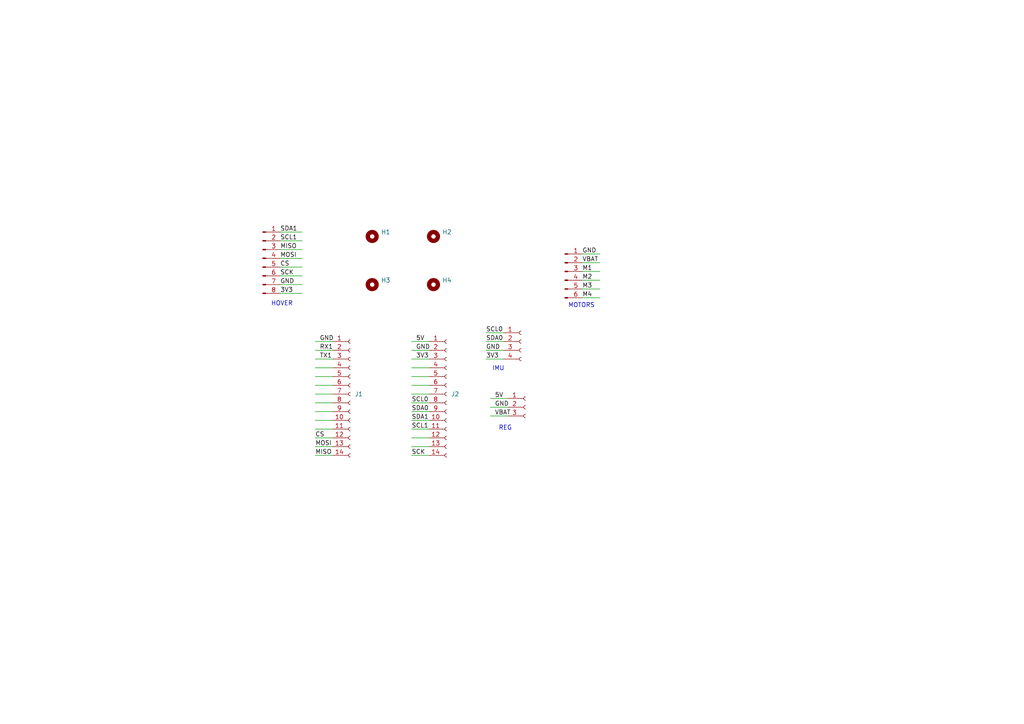
<source format=kicad_sch>
(kicad_sch (version 20250114) (generator "eeschema") (generator_version "9.0")
  (paper "A4")
  (lib_symbols
    (symbol "Connector:Conn_01x03_Socket" (pin_names (offset 1.016) (hide yes))
      (property "Reference" "J" (at 0 5.08 0))
      (property "Value" "Conn_01x03_Socket" (at 0 -5.08 0))
      (symbol "Conn_01x03_Socket_1_1"
        (polyline (pts (xy -1.27 2.54) (xy -0.508 2.54)) (stroke (width 0.1524)))
        (polyline (pts (xy -1.27 0) (xy -0.508 0)) (stroke (width 0.1524)))
        (polyline (pts (xy -1.27 -2.54) (xy -0.508 -2.54)) (stroke (width 0.1524)))
        (arc (start 0 2.032) (mid -0.5058 2.54) (end 0 3.048) (stroke (width 0.1524)))
        (arc (start 0 -0.508) (mid -0.5058 0) (end 0 0.508) (stroke (width 0.1524)))
        (arc (start 0 -3.048) (mid -0.5058 -2.54) (end 0 -2.032) (stroke (width 0.1524)))
        (pin passive line (at -5.08 2.54 0) (length 3.81) (name "Pin_1") (number "1"))
        (pin passive line (at -5.08 0 0) (length 3.81) (name "Pin_2") (number "2"))
        (pin passive line (at -5.08 -2.54 0) (length 3.81) (name "Pin_3") (number "3"))
      )
    )
    (symbol "Connector:Conn_01x04_Socket" (pin_names (offset 1.016) (hide yes))
      (property "Reference" "J" (at 0 5.08 0))
      (property "Value" "Conn_01x04_Socket" (at 0 -7.62 0))
      (symbol "Conn_01x04_Socket_1_1"
        (polyline (pts (xy -1.27 2.54) (xy -0.508 2.54)) (stroke (width 0.1524)))
        (polyline (pts (xy -1.27 0) (xy -0.508 0)) (stroke (width 0.1524)))
        (polyline (pts (xy -1.27 -2.54) (xy -0.508 -2.54)) (stroke (width 0.1524)))
        (polyline (pts (xy -1.27 -5.08) (xy -0.508 -5.08)) (stroke (width 0.1524)))
        (arc (start 0 2.032) (mid -0.5058 2.54) (end 0 3.048) (stroke (width 0.1524)))
        (arc (start 0 -0.508) (mid -0.5058 0) (end 0 0.508) (stroke (width 0.1524)))
        (arc (start 0 -3.048) (mid -0.5058 -2.54) (end 0 -2.032) (stroke (width 0.1524)))
        (arc (start 0 -5.588) (mid -0.5058 -5.08) (end 0 -4.572) (stroke (width 0.1524)))
        (pin passive line (at -5.08 2.54 0) (length 3.81) (name "Pin_1") (number "1"))
        (pin passive line (at -5.08 0 0) (length 3.81) (name "Pin_2") (number "2"))
        (pin passive line (at -5.08 -2.54 0) (length 3.81) (name "Pin_3") (number "3"))
        (pin passive line (at -5.08 -5.08 0) (length 3.81) (name "Pin_4") (number "4"))
      )
    )
    (symbol "Connector:Conn_01x06_Pin" (pin_names (offset 1.016) (hide yes))
      (property "Reference" "J" (at 0 7.62 0))
      (property "Value" "Conn_01x06_Pin" (at 0 -10.16 0))
      (symbol "Conn_01x06_Pin_1_1"
        (rectangle (start 0.8636 5.207) (end 0 4.953) (stroke (width 0.1524)) (fill (type outline)))
        (rectangle (start 0.8636 2.667) (end 0 2.413) (stroke (width 0.1524)) (fill (type outline)))
        (rectangle (start 0.8636 0.127) (end 0 -0.127) (stroke (width 0.1524)) (fill (type outline)))
        (rectangle (start 0.8636 -2.413) (end 0 -2.667) (stroke (width 0.1524)) (fill (type outline)))
        (rectangle (start 0.8636 -4.953) (end 0 -5.207) (stroke (width 0.1524)) (fill (type outline)))
        (rectangle (start 0.8636 -7.493) (end 0 -7.747) (stroke (width 0.1524)) (fill (type outline)))
        (polyline (pts (xy 1.27 5.08) (xy 0.8636 5.08)) (stroke (width 0.1524)))
        (polyline (pts (xy 1.27 2.54) (xy 0.8636 2.54)) (stroke (width 0.1524)))
        (polyline (pts (xy 1.27 0) (xy 0.8636 0)) (stroke (width 0.1524)))
        (polyline (pts (xy 1.27 -2.54) (xy 0.8636 -2.54)) (stroke (width 0.1524)))
        (polyline (pts (xy 1.27 -5.08) (xy 0.8636 -5.08)) (stroke (width 0.1524)))
        (polyline (pts (xy 1.27 -7.62) (xy 0.8636 -7.62)) (stroke (width 0.1524)))
        (pin passive line (at 5.08 5.08 180) (length 3.81) (name "Pin_1") (number "1"))
        (pin passive line (at 5.08 2.54 180) (length 3.81) (name "Pin_2") (number "2"))
        (pin passive line (at 5.08 0 180) (length 3.81) (name "Pin_3") (number "3"))
        (pin passive line (at 5.08 -2.54 180) (length 3.81) (name "Pin_4") (number "4"))
        (pin passive line (at 5.08 -5.08 180) (length 3.81) (name "Pin_5") (number "5"))
        (pin passive line (at 5.08 -7.62 180) (length 3.81) (name "Pin_6") (number "6"))
      )
    )
    (symbol "Connector:Conn_01x08_Pin" (pin_names (offset 1.016) (hide yes))
      (property "Reference" "J" (at 0 10.16 0))
      (property "Value" "Conn_01x08_Pin" (at 0 -12.7 0))
      (symbol "Conn_01x08_Pin_1_1"
        (rectangle (start 0.8636 7.747) (end 0 7.493) (stroke (width 0.1524)) (fill (type outline)))
        (rectangle (start 0.8636 5.207) (end 0 4.953) (stroke (width 0.1524)) (fill (type outline)))
        (rectangle (start 0.8636 2.667) (end 0 2.413) (stroke (width 0.1524)) (fill (type outline)))
        (rectangle (start 0.8636 0.127) (end 0 -0.127) (stroke (width 0.1524)) (fill (type outline)))
        (rectangle (start 0.8636 -2.413) (end 0 -2.667) (stroke (width 0.1524)) (fill (type outline)))
        (rectangle (start 0.8636 -4.953) (end 0 -5.207) (stroke (width 0.1524)) (fill (type outline)))
        (rectangle (start 0.8636 -7.493) (end 0 -7.747) (stroke (width 0.1524)) (fill (type outline)))
        (rectangle (start 0.8636 -10.033) (end 0 -10.287) (stroke (width 0.1524)) (fill (type outline)))
        (polyline (pts (xy 1.27 7.62) (xy 0.8636 7.62)) (stroke (width 0.1524)))
        (polyline (pts (xy 1.27 5.08) (xy 0.8636 5.08)) (stroke (width 0.1524)))
        (polyline (pts (xy 1.27 2.54) (xy 0.8636 2.54)) (stroke (width 0.1524)))
        (polyline (pts (xy 1.27 0) (xy 0.8636 0)) (stroke (width 0.1524)))
        (polyline (pts (xy 1.27 -2.54) (xy 0.8636 -2.54)) (stroke (width 0.1524)))
        (polyline (pts (xy 1.27 -5.08) (xy 0.8636 -5.08)) (stroke (width 0.1524)))
        (polyline (pts (xy 1.27 -7.62) (xy 0.8636 -7.62)) (stroke (width 0.1524)))
        (polyline (pts (xy 1.27 -10.16) (xy 0.8636 -10.16)) (stroke (width 0.1524)))
        (pin passive line (at 5.08 7.62 180) (length 3.81) (name "Pin_1") (number "1"))
        (pin passive line (at 5.08 5.08 180) (length 3.81) (name "Pin_2") (number "2"))
        (pin passive line (at 5.08 2.54 180) (length 3.81) (name "Pin_3") (number "3"))
        (pin passive line (at 5.08 0 180) (length 3.81) (name "Pin_4") (number "4"))
        (pin passive line (at 5.08 -2.54 180) (length 3.81) (name "Pin_5") (number "5"))
        (pin passive line (at 5.08 -5.08 180) (length 3.81) (name "Pin_6") (number "6"))
        (pin passive line (at 5.08 -7.62 180) (length 3.81) (name "Pin_7") (number "7"))
        (pin passive line (at 5.08 -10.16 180) (length 3.81) (name "Pin_8") (number "8"))
      )
    )
    (symbol "Connector:Conn_01x14_Socket" (pin_names (offset 1.016) (hide yes))
      (property "Reference" "J" (at 0 17.78 0))
      (property "Value" "Conn_01x14_Socket" (at 0 -20.32 0))
      (symbol "Conn_01x14_Socket_1_1"
        (polyline (pts (xy -1.27 15.24) (xy -0.508 15.24)) (stroke (width 0.1524)))
        (polyline (pts (xy -1.27 12.7) (xy -0.508 12.7)) (stroke (width 0.1524)))
        (polyline (pts (xy -1.27 10.16) (xy -0.508 10.16)) (stroke (width 0.1524)))
        (polyline (pts (xy -1.27 7.62) (xy -0.508 7.62)) (stroke (width 0.1524)))
        (polyline (pts (xy -1.27 5.08) (xy -0.508 5.08)) (stroke (width 0.1524)))
        (polyline (pts (xy -1.27 2.54) (xy -0.508 2.54)) (stroke (width 0.1524)))
        (polyline (pts (xy -1.27 0) (xy -0.508 0)) (stroke (width 0.1524)))
        (polyline (pts (xy -1.27 -2.54) (xy -0.508 -2.54)) (stroke (width 0.1524)))
        (polyline (pts (xy -1.27 -5.08) (xy -0.508 -5.08)) (stroke (width 0.1524)))
        (polyline (pts (xy -1.27 -7.62) (xy -0.508 -7.62)) (stroke (width 0.1524)))
        (polyline (pts (xy -1.27 -10.16) (xy -0.508 -10.16)) (stroke (width 0.1524)))
        (polyline (pts (xy -1.27 -12.7) (xy -0.508 -12.7)) (stroke (width 0.1524)))
        (polyline (pts (xy -1.27 -15.24) (xy -0.508 -15.24)) (stroke (width 0.1524)))
        (polyline (pts (xy -1.27 -17.78) (xy -0.508 -17.78)) (stroke (width 0.1524)))
        (arc (start 0 14.732) (mid -0.5058 15.24) (end 0 15.748) (stroke (width 0.1524)))
        (arc (start 0 12.192) (mid -0.5058 12.7) (end 0 13.208) (stroke (width 0.1524)))
        (arc (start 0 9.652) (mid -0.5058 10.16) (end 0 10.668) (stroke (width 0.1524)))
        (arc (start 0 7.112) (mid -0.5058 7.62) (end 0 8.128) (stroke (width 0.1524)))
        (arc (start 0 4.572) (mid -0.5058 5.08) (end 0 5.588) (stroke (width 0.1524)))
        (arc (start 0 2.032) (mid -0.5058 2.54) (end 0 3.048) (stroke (width 0.1524)))
        (arc (start 0 -0.508) (mid -0.5058 0) (end 0 0.508) (stroke (width 0.1524)))
        (arc (start 0 -3.048) (mid -0.5058 -2.54) (end 0 -2.032) (stroke (width 0.1524)))
        (arc (start 0 -5.588) (mid -0.5058 -5.08) (end 0 -4.572) (stroke (width 0.1524)))
        (arc (start 0 -8.128) (mid -0.5058 -7.62) (end 0 -7.112) (stroke (width 0.1524)))
        (arc (start 0 -10.668) (mid -0.5058 -10.16) (end 0 -9.652) (stroke (width 0.1524)))
        (arc (start 0 -13.208) (mid -0.5058 -12.7) (end 0 -12.192) (stroke (width 0.1524)))
        (arc (start 0 -15.748) (mid -0.5058 -15.24) (end 0 -14.732) (stroke (width 0.1524)))
        (arc (start 0 -18.288) (mid -0.5058 -17.78) (end 0 -17.272) (stroke (width 0.1524)))
        (pin passive line (at -5.08 15.24 0) (length 3.81) (name "Pin_1") (number "1"))
        (pin passive line (at -5.08 12.7 0) (length 3.81) (name "Pin_2") (number "2"))
        (pin passive line (at -5.08 10.16 0) (length 3.81) (name "Pin_3") (number "3"))
        (pin passive line (at -5.08 7.62 0) (length 3.81) (name "Pin_4") (number "4"))
        (pin passive line (at -5.08 5.08 0) (length 3.81) (name "Pin_5") (number "5"))
        (pin passive line (at -5.08 2.54 0) (length 3.81) (name "Pin_6") (number "6"))
        (pin passive line (at -5.08 0 0) (length 3.81) (name "Pin_7") (number "7"))
        (pin passive line (at -5.08 -2.54 0) (length 3.81) (name "Pin_8") (number "8"))
        (pin passive line (at -5.08 -5.08 0) (length 3.81) (name "Pin_9") (number "9"))
        (pin passive line (at -5.08 -7.62 0) (length 3.81) (name "Pin_10") (number "10"))
        (pin passive line (at -5.08 -10.16 0) (length 3.81) (name "Pin_11") (number "11"))
        (pin passive line (at -5.08 -12.7 0) (length 3.81) (name "Pin_12") (number "12"))
        (pin passive line (at -5.08 -15.24 0) (length 3.81) (name "Pin_13") (number "13"))
        (pin passive line (at -5.08 -17.78 0) (length 3.81) (name "Pin_14") (number "14"))
      )
    )
    (symbol "Mechanical:MountingHole" (pin_names (offset 1.016)) (in_bom no)
      (property "Reference" "H" (at 0 5.08 0))
      (property "Value" "MountingHole" (at 0 3.175 0))
      (symbol "MountingHole_0_1"
        (circle (center 0 0) (radius 1.27) (stroke (width 1.27)))
      )
    )
  )
  (text "HOVER" (at 81.788 88.138 0) (effects (font (size 1.27 1.27))))
  (text "REG" (at 146.558 124.206 0) (effects (font (size 1.27 1.27))))
  (text "IMU" (at 144.526 106.934 0) (effects (font (size 1.27 1.27))))
  (text "MOTORS" (at 168.656 88.646 0) (effects (font (size 1.27 1.27))))
  (wire (pts (xy 119.38 99.06) (xy 124.46 99.06)))
  (wire (pts (xy 168.91 81.28) (xy 173.99 81.28)))
  (wire (pts (xy 142.24 118.11) (xy 147.32 118.11)))
  (wire (pts (xy 119.38 129.54) (xy 124.46 129.54)))
  (wire (pts (xy 140.97 96.52) (xy 146.05 96.52)))
  (wire (pts (xy 91.44 129.54) (xy 96.52 129.54)))
  (wire (pts (xy 81.28 67.31) (xy 87.63 67.31)))
  (wire (pts (xy 119.38 119.38) (xy 124.46 119.38)))
  (wire (pts (xy 168.91 86.36) (xy 173.99 86.36)))
  (wire (pts (xy 119.38 101.6) (xy 124.46 101.6)))
  (wire (pts (xy 91.44 111.76) (xy 96.52 111.76)))
  (wire (pts (xy 81.28 77.47) (xy 87.63 77.47)))
  (wire (pts (xy 140.97 104.14) (xy 146.05 104.14)))
  (wire (pts (xy 168.91 83.82) (xy 173.99 83.82)))
  (wire (pts (xy 91.44 101.6) (xy 96.52 101.6)))
  (wire (pts (xy 168.91 73.66) (xy 173.99 73.66)))
  (wire (pts (xy 119.38 121.92) (xy 124.46 121.92)))
  (wire (pts (xy 91.44 127) (xy 96.52 127)))
  (wire (pts (xy 91.44 121.92) (xy 96.52 121.92)))
  (wire (pts (xy 119.38 106.68) (xy 124.46 106.68)))
  (wire (pts (xy 119.38 109.22) (xy 124.46 109.22)))
  (wire (pts (xy 119.38 111.76) (xy 124.46 111.76)))
  (wire (pts (xy 91.44 106.68) (xy 96.52 106.68)))
  (wire (pts (xy 91.44 114.3) (xy 96.52 114.3)))
  (wire (pts (xy 81.28 74.93) (xy 87.63 74.93)))
  (wire (pts (xy 91.44 116.84) (xy 96.52 116.84)))
  (wire (pts (xy 142.24 115.57) (xy 147.32 115.57)))
  (wire (pts (xy 168.91 78.74) (xy 173.99 78.74)))
  (wire (pts (xy 119.38 124.46) (xy 124.46 124.46)))
  (wire (pts (xy 119.38 116.84) (xy 124.46 116.84)))
  (wire (pts (xy 140.97 101.6) (xy 146.05 101.6)))
  (wire (pts (xy 140.97 99.06) (xy 146.05 99.06)))
  (wire (pts (xy 81.28 69.85) (xy 87.63 69.85)))
  (wire (pts (xy 81.28 85.09) (xy 87.63 85.09)))
  (wire (pts (xy 81.28 72.39) (xy 87.63 72.39)))
  (wire (pts (xy 91.44 132.08) (xy 96.52 132.08)))
  (wire (pts (xy 119.38 127) (xy 124.46 127)))
  (wire (pts (xy 81.28 82.55) (xy 87.63 82.55)))
  (wire (pts (xy 142.24 120.65) (xy 147.32 120.65)))
  (wire (pts (xy 91.44 104.14) (xy 96.52 104.14)))
  (wire (pts (xy 91.44 109.22) (xy 96.52 109.22)))
  (wire (pts (xy 81.28 80.01) (xy 87.63 80.01)))
  (wire (pts (xy 91.44 124.46) (xy 96.52 124.46)))
  (wire (pts (xy 91.44 119.38) (xy 96.52 119.38)))
  (wire (pts (xy 119.38 132.08) (xy 124.46 132.08)))
  (wire (pts (xy 119.38 104.14) (xy 124.46 104.14)))
  (wire (pts (xy 168.91 76.2) (xy 173.99 76.2)))
  (wire (pts (xy 91.44 99.06) (xy 96.52 99.06)))
  (wire (pts (xy 119.38 114.3) (xy 124.46 114.3)))
  (label "M3" (at 168.91 83.82 0))
  (label "GND" (at 92.71 99.06 0))
  (label "SCK" (at 119.38 132.08 0))
  (label "M2" (at 168.91 81.28 0))
  (label "VBAT" (at 143.51 120.65 0))
  (label "CS" (at 91.44 127 0))
  (label "GND" (at 120.65 101.6 0))
  (label "CS" (at 81.28 77.47 0))
  (label "MISO" (at 91.44 132.08 0))
  (label "SCK" (at 81.28 80.01 0))
  (label "3V3" (at 81.28 85.09 0))
  (label "VBAT" (at 168.91 76.2 0))
  (label "5V" (at 143.51 115.57 0))
  (label "GND" (at 81.28 82.55 0))
  (label "SCL0" (at 119.38 116.84 0))
  (label "SDA0" (at 119.38 119.38 0))
  (label "SCL1" (at 81.28 69.85 0))
  (label "MOSI" (at 91.44 129.54 0))
  (label "GND" (at 143.51 118.11 0))
  (label "MOSI" (at 81.28 74.93 0))
  (label "M1" (at 168.91 78.74 0))
  (label "SCL0" (at 140.97 96.52 0))
  (label "GND" (at 140.97 101.6 0))
  (label "5V" (at 120.65 99.06 0))
  (label "TX1" (at 92.71 104.14 0))
  (label "MISO" (at 81.28 72.39 0))
  (label "3V3" (at 140.97 104.14 0))
  (label "SDA0" (at 140.97 99.06 0))
  (label "GND" (at 168.91 73.66 0))
  (label "3V3" (at 120.65 104.14 0))
  (label "SCL1" (at 119.38 124.46 0))
  (label "SDA1" (at 119.38 121.92 0))
  (label "SDA1" (at 81.28 67.31 0))
  (label "RX1" (at 92.71 101.6 0))
  (label "M4" (at 168.91 86.36 0))
  (symbol (lib_id "Connector:Conn_01x04_Socket") (at 151.13 99.06 0) (unit 1)
    (property "Reference" "J3" (effects (hide yes)))
    (property "Value" "Conn_01x04_Socket" (effects (hide yes)))
    (property "Footprint" "Connector_PinHeader_2.54mm:PinHeader_1x04_P2.54mm_Vertical" (effects (hide yes)))
    (property "Description" "Generic connector, single row, 01x04, script generated" (effects (hide yes)))
  )
  (symbol (lib_id "Mechanical:MountingHole") (at 125.73 82.55 0) (unit 1) (in_bom no)
    (property "Reference" "H4" (at 128.27 81.2799 0) (effects (justify left)))
    (property "Value" "MountingHole" (effects (hide yes)))
    (property "Footprint" "MountingHole:MountingHole_2.5mm" (effects (hide yes)))
    (property "Description" "Mounting Hole without connection" (effects (hide yes)))
  )
  (symbol (lib_id "Mechanical:MountingHole") (at 107.95 82.55 0) (unit 1) (in_bom no)
    (property "Reference" "H3" (at 110.49 81.2799 0) (effects (justify left)))
    (property "Value" "MountingHole" (effects (hide yes)))
    (property "Footprint" "MountingHole:MountingHole_2.5mm" (effects (hide yes)))
    (property "Description" "Mounting Hole without connection" (effects (hide yes)))
  )
  (symbol (lib_id "Connector:Conn_01x14_Socket") (at 129.54 114.3 0) (unit 1)
    (property "Reference" "J2" (at 130.81 114.2999 0) (effects (justify left)))
    (property "Value" "Conn_01x14_Socket" (effects (hide yes)))
    (property "Footprint" "Connector_PinSocket_2.54mm:PinSocket_1x14_P2.54mm_Vertical" (effects (hide yes)))
    (property "Description" "Generic connector, single row, 01x14, script generated" (effects (hide yes)))
  )
  (symbol (lib_id "Mechanical:MountingHole") (at 125.73 68.58 0) (unit 1) (in_bom no)
    (property "Reference" "H2" (at 128.27 67.3099 0) (effects (justify left)))
    (property "Value" "MountingHole" (effects (hide yes)))
    (property "Footprint" "MountingHole:MountingHole_2.5mm" (effects (hide yes)))
    (property "Description" "Mounting Hole without connection" (effects (hide yes)))
  )
  (symbol (lib_id "Connector:Conn_01x14_Socket") (at 101.6 114.3 0) (unit 1)
    (property "Reference" "J1" (at 102.87 114.2999 0) (effects (justify left)))
    (property "Value" "Conn_01x14_Socket" (effects (hide yes)))
    (property "Footprint" "Connector_PinSocket_2.54mm:PinSocket_1x14_P2.54mm_Vertical" (effects (hide yes)))
    (property "Description" "Generic connector, single row, 01x14, script generated" (effects (hide yes)))
  )
  (symbol (lib_id "Connector:Conn_01x08_Pin") (at 76.2 74.93 0) (unit 1)
    (property "Reference" "J7" (effects (hide yes)))
    (property "Value" "Conn_01x08_Pin" (effects (hide yes)))
    (property "Footprint" "Connector_PinSocket_2.00mm:PinSocket_1x08_P2.00mm_Vertical" (effects (hide yes)))
    (property "Description" "Generic connector, single row, 01x08, script generated" (effects (hide yes)))
  )
  (symbol (lib_id "Connector:Conn_01x06_Pin") (at 163.83 78.74 0) (unit 1)
    (property "Reference" "J5" (effects (hide yes)))
    (property "Value" "Conn_01x06_Pin" (effects (hide yes)))
    (property "Footprint" "Connector_PinHeader_2.00mm:PinHeader_1x06_P2.00mm_Vertical" (effects (hide yes)))
    (property "Description" "Generic connector, single row, 01x06, script generated" (effects (hide yes)))
  )
  (symbol (lib_id "Mechanical:MountingHole") (at 107.95 68.58 0) (unit 1) (in_bom no)
    (property "Reference" "H1" (at 110.49 67.3099 0) (effects (justify left)))
    (property "Value" "MountingHole" (effects (hide yes)))
    (property "Footprint" "MountingHole:MountingHole_2.5mm" (effects (hide yes)))
    (property "Description" "Mounting Hole without connection" (effects (hide yes)))
  )
  (symbol (lib_id "Connector:Conn_01x03_Socket") (at 152.4 118.11 0) (unit 1)
    (property "Reference" "J4" (effects (hide yes)))
    (property "Value" "Conn_01x03_Socket" (effects (hide yes)))
    (property "Footprint" "Connector_PinHeader_2.54mm:PinHeader_1x03_P2.54mm_Vertical" (effects (hide yes)))
    (property "Description" "Generic connector, single row, 01x03, script generated" (effects (hide yes)))
  )
)
</source>
